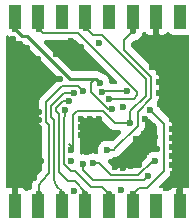
<source format=gbr>
%TF.GenerationSoftware,KiCad,Pcbnew,(6.0.0)*%
%TF.CreationDate,2023-04-21T15:57:25-05:00*%
%TF.ProjectId,SX1262,53583132-3632-42e6-9b69-6361645f7063,rev?*%
%TF.SameCoordinates,Original*%
%TF.FileFunction,Copper,L2,Bot*%
%TF.FilePolarity,Positive*%
%FSLAX46Y46*%
G04 Gerber Fmt 4.6, Leading zero omitted, Abs format (unit mm)*
G04 Created by KiCad (PCBNEW (6.0.0)) date 2023-04-21 15:57:25*
%MOMM*%
%LPD*%
G01*
G04 APERTURE LIST*
%TA.AperFunction,SMDPad,CuDef*%
%ADD10R,1.000000X2.000000*%
%TD*%
%TA.AperFunction,ViaPad*%
%ADD11C,0.600000*%
%TD*%
%TA.AperFunction,Conductor*%
%ADD12C,0.200000*%
%TD*%
%TA.AperFunction,Conductor*%
%ADD13C,0.250000*%
%TD*%
G04 APERTURE END LIST*
D10*
%TO.P,U104,1,GND*%
%TO.N,/SX1262_DIO2*%
X141520000Y-59200000D03*
%TO.P,U104,2,MISO*%
%TO.N,/SX1262_DIO1*%
X143520000Y-59200000D03*
%TO.P,U104,3,MOSI*%
%TO.N,unconnected-(U104-Pad3)*%
X145520000Y-59200000D03*
%TO.P,U104,4,SCK*%
%TO.N,/VDD_RADIO*%
X147520000Y-59200000D03*
%TO.P,U104,5,NSS*%
%TO.N,unconnected-(U104-Pad5)*%
X149520000Y-59200000D03*
%TO.P,U104,6,RESET*%
%TO.N,/SX1262_DIO3*%
X151520000Y-59200000D03*
%TO.P,U104,7,DIO5*%
%TO.N,GND*%
X153520000Y-59200000D03*
%TO.P,U104,8,GND*%
%TO.N,/PLZ*%
X155520000Y-59200000D03*
%TO.P,U104,9,ANT*%
%TO.N,GND*%
X155520000Y-75200000D03*
%TO.P,U104,10,GND*%
%TO.N,unconnected-(U104-Pad10)*%
X153520000Y-75200000D03*
%TO.P,U104,11,DIO3*%
%TO.N,/SX1262_RESET*%
X151520000Y-75200000D03*
%TO.P,U104,12,DIO4*%
%TO.N,/SX1262_NSS*%
X149520000Y-75200000D03*
%TO.P,U104,13,3.3V*%
%TO.N,/SX1262_SCK*%
X147520000Y-75200000D03*
%TO.P,U104,14,DIO0*%
%TO.N,/SX1262_MOSI*%
X145520000Y-75200000D03*
%TO.P,U104,15,DIO1*%
%TO.N,/SX1262_MISO*%
X143520000Y-75200000D03*
%TO.P,U104,16,DIO2*%
%TO.N,GND*%
X141520000Y-75200000D03*
%TD*%
D11*
%TO.N,GND*%
X141520000Y-74110000D03*
X154850000Y-69490000D03*
X154590000Y-61730000D03*
X150670000Y-71980000D03*
X155670000Y-67730000D03*
X141600000Y-68310000D03*
X152020000Y-71720000D03*
X155520000Y-75200000D03*
X147130000Y-67815000D03*
X143530000Y-65465000D03*
X143190000Y-72860000D03*
X153770000Y-64710000D03*
X155100000Y-65070000D03*
X147880000Y-69215000D03*
X151370000Y-71820000D03*
X142505000Y-71415000D03*
X141520000Y-75200000D03*
X155740000Y-73260000D03*
X153390000Y-69330000D03*
X147880000Y-68515000D03*
X141310000Y-61860000D03*
X150510000Y-73850000D03*
X154420000Y-64480000D03*
X142530000Y-70765000D03*
X147110000Y-61740000D03*
X155870000Y-63940000D03*
X153770000Y-63860000D03*
X155090000Y-64220000D03*
X154840000Y-71780000D03*
X143430000Y-63765000D03*
X154810000Y-71000000D03*
X155870000Y-64860000D03*
X141600000Y-67530000D03*
X155670000Y-68560000D03*
X153860000Y-66550000D03*
X145030000Y-62330000D03*
X155640000Y-70230000D03*
X143590000Y-67920000D03*
X142010000Y-61470000D03*
X147130000Y-68515000D03*
X141560000Y-64820000D03*
X155480000Y-74040000D03*
X142740000Y-73640000D03*
X155220000Y-66930000D03*
X151870000Y-70230000D03*
X148630000Y-68515000D03*
X153510000Y-60160000D03*
X155730000Y-72450000D03*
X143590000Y-68600000D03*
X143755000Y-71365000D03*
X154500000Y-67190000D03*
X155880000Y-66670000D03*
X143580000Y-67260000D03*
X155650000Y-70980000D03*
X154870000Y-68680000D03*
X142600000Y-61840000D03*
X141540000Y-65650000D03*
X142470000Y-72860000D03*
X155260000Y-65940000D03*
X147880000Y-67815000D03*
X141580000Y-73060000D03*
X152480000Y-69080000D03*
X143530000Y-62790000D03*
X155650000Y-69420000D03*
X153270000Y-68420000D03*
X149980000Y-71920000D03*
X146280000Y-71430000D03*
X142630000Y-70065000D03*
X142680000Y-72115000D03*
X148630000Y-67815000D03*
X146510000Y-73940000D03*
X148630000Y-69215000D03*
X150700000Y-66860000D03*
X155640000Y-71770000D03*
X147460000Y-63040000D03*
X141380000Y-61090000D03*
X145350000Y-64470000D03*
X142040000Y-62210000D03*
X141590000Y-72330000D03*
X151780000Y-69510000D03*
X152910000Y-70110000D03*
X152590000Y-67860000D03*
X141580000Y-70880000D03*
X153750000Y-61740000D03*
X154430000Y-65360000D03*
X146760000Y-63000000D03*
X154370000Y-73690000D03*
X154960000Y-72510000D03*
X155900000Y-65770000D03*
X154610000Y-66210000D03*
X147130000Y-69215000D03*
X148180000Y-63050000D03*
X141590000Y-70170000D03*
X143505000Y-64615000D03*
X154810000Y-70250000D03*
X154860000Y-67880000D03*
X153600000Y-70380000D03*
X141580000Y-71610000D03*
X154930000Y-73190000D03*
X153140000Y-63440000D03*
X152030000Y-70960000D03*
X153690000Y-60920000D03*
X146300000Y-61230000D03*
X153720000Y-65660000D03*
%TO.N,/VDD_RADIO*%
X151330000Y-68190000D03*
X147540000Y-60150000D03*
X146280000Y-70500000D03*
X147540000Y-59220000D03*
%TO.N,Net-(U101-Pad3)*%
X147330000Y-71650000D03*
X152820000Y-72690000D03*
%TO.N,Net-(U101-Pad4)*%
X153440000Y-71390000D03*
X148130000Y-71570000D03*
%TO.N,/SX1262_DIO3*%
X151525000Y-59205000D03*
X149380000Y-70465000D03*
X151530000Y-60410000D03*
%TO.N,/SX1262_DIO2*%
X141535000Y-59215000D03*
X148730000Y-64770000D03*
X149730000Y-66965000D03*
X141560000Y-60200000D03*
%TO.N,/SX1262_DIO1*%
X143550000Y-60200000D03*
X143550000Y-59230000D03*
X149530000Y-66165000D03*
%TO.N,/SX1262_RESET*%
X151020000Y-65500000D03*
X151530000Y-74200000D03*
X151520000Y-75200000D03*
X148880000Y-65570000D03*
X153010000Y-67050000D03*
%TO.N,/SX1262_MISO*%
X143520000Y-75200000D03*
X147330000Y-65500000D03*
X143550000Y-74200000D03*
%TO.N,/SX1262_MOSI*%
X145500000Y-74200000D03*
X145520000Y-75200000D03*
X146530000Y-65665000D03*
%TO.N,/SX1262_SCK*%
X147520000Y-75200000D03*
X147520000Y-74200000D03*
X146090000Y-66360000D03*
%TO.N,/SX1262_NSS*%
X149520000Y-74200000D03*
X145830000Y-67120000D03*
X149520000Y-75200000D03*
%TO.N,/ANT_SW*%
X148690000Y-61400000D03*
%TO.N,/PLZ*%
X155520000Y-59200000D03*
%TD*%
D12*
%TO.N,/SX1262_MISO*%
X143550001Y-73764214D02*
G75*
G02*
X143842894Y-73057108I999993J3D01*
G01*
%TO.N,/SX1262_MOSI*%
X145152893Y-73612893D02*
G75*
G02*
X144860000Y-72905786I707106J707106D01*
G01*
%TO.N,/VDD_RADIO*%
X146280000Y-70110000D02*
X146100000Y-69930000D01*
X146280000Y-70500000D02*
X146280000Y-70110000D01*
%TO.N,/SX1262_RESET*%
X152030000Y-73700000D02*
X151530000Y-74200000D01*
X154200000Y-68240000D02*
X154200000Y-72210000D01*
X152710000Y-73700000D02*
X152030000Y-73700000D01*
X153010000Y-67050000D02*
X154200000Y-68240000D01*
X154200000Y-72210000D02*
X152710000Y-73700000D01*
%TO.N,/SX1262_NSS*%
X147950000Y-73630000D02*
X148950000Y-73630000D01*
X146270000Y-72280000D02*
X146600000Y-72280000D01*
X145680000Y-71690000D02*
X146270000Y-72280000D01*
X145830000Y-67570000D02*
X145680000Y-67720000D01*
X145680000Y-67720000D02*
X145680000Y-71690000D01*
X146600000Y-72280000D02*
X147950000Y-73630000D01*
X148950000Y-73630000D02*
X149520000Y-74200000D01*
X145830000Y-67120000D02*
X145830000Y-67570000D01*
%TO.N,/SX1262_DIO1*%
X151595000Y-66165000D02*
X149530000Y-66165000D01*
X151910000Y-65850000D02*
X151595000Y-66165000D01*
X151910000Y-65540000D02*
X151910000Y-65850000D01*
X146930000Y-60560000D02*
X151910000Y-65540000D01*
X143910000Y-60560000D02*
X146930000Y-60560000D01*
X143550000Y-60200000D02*
X143910000Y-60560000D01*
%TO.N,GND*%
X143755000Y-71365000D02*
X142555000Y-71365000D01*
D13*
X141750000Y-68310000D02*
X141600000Y-68310000D01*
X142800000Y-67260000D02*
X141750000Y-68310000D01*
X145280000Y-64400000D02*
X144570000Y-64400000D01*
X141540000Y-65650000D02*
X141720000Y-65470000D01*
X144355000Y-64615000D02*
X143505000Y-64615000D01*
X141720000Y-65470000D02*
X143525000Y-65470000D01*
X143580000Y-67260000D02*
X142800000Y-67260000D01*
X144570000Y-64400000D02*
X144355000Y-64615000D01*
D12*
X142555000Y-71365000D02*
X142505000Y-71415000D01*
D13*
X143525000Y-65470000D02*
X143530000Y-65465000D01*
X145350000Y-64470000D02*
X145280000Y-64400000D01*
D12*
%TO.N,/VDD_RADIO*%
X151330000Y-67190000D02*
X151330000Y-68190000D01*
X146280000Y-70500000D02*
X146480000Y-70300000D01*
X148935000Y-60770000D02*
X152640000Y-64475000D01*
X146480000Y-67510000D02*
X146800000Y-67190000D01*
X152640000Y-65880000D02*
X151330000Y-67190000D01*
X150040000Y-68200000D02*
X151320000Y-68200000D01*
X149030000Y-67190000D02*
X150040000Y-68200000D01*
X146800000Y-67190000D02*
X149030000Y-67190000D01*
X152640000Y-64475000D02*
X152640000Y-65880000D01*
X146480000Y-70300000D02*
X146480000Y-67510000D01*
X148160000Y-60770000D02*
X148935000Y-60770000D01*
X147540000Y-60150000D02*
X148160000Y-60770000D01*
X151320000Y-68200000D02*
X151330000Y-68190000D01*
%TO.N,Net-(U101-Pad3)*%
X147330000Y-72190000D02*
X148140000Y-73000000D01*
X152510000Y-73000000D02*
X152820000Y-72690000D01*
X148140000Y-73000000D02*
X152510000Y-73000000D01*
X147330000Y-71650000D02*
X147330000Y-72190000D01*
%TO.N,Net-(U101-Pad4)*%
X152000000Y-72600000D02*
X153210000Y-71390000D01*
X149710000Y-72600000D02*
X152000000Y-72600000D01*
X148130000Y-71570000D02*
X148680000Y-71570000D01*
X153210000Y-71390000D02*
X153440000Y-71390000D01*
X148680000Y-71570000D02*
X149710000Y-72600000D01*
%TO.N,/SX1262_DIO3*%
X150810000Y-61130000D02*
X151530000Y-60410000D01*
X150810000Y-62000000D02*
X150810000Y-61130000D01*
X149965000Y-70465000D02*
X149965000Y-70425000D01*
X153100000Y-64290000D02*
X150810000Y-62000000D01*
X149965000Y-70425000D02*
X151930000Y-68460000D01*
X149380000Y-70465000D02*
X149965000Y-70465000D01*
X151930000Y-68460000D02*
X151930000Y-67270000D01*
X153100000Y-66100000D02*
X153100000Y-64290000D01*
X151930000Y-67270000D02*
X153100000Y-66100000D01*
%TO.N,/SX1262_DIO2*%
X148000000Y-65540000D02*
X149425000Y-66965000D01*
X148370000Y-64420000D02*
X148000000Y-64790000D01*
X148000000Y-64790000D02*
X148000000Y-65540000D01*
D13*
X148730000Y-64770000D02*
X148380000Y-64420000D01*
X146190000Y-64420000D02*
X148380000Y-64420000D01*
X141560000Y-60200000D02*
X142180000Y-60820000D01*
X142180000Y-60820000D02*
X142590000Y-60820000D01*
X142590000Y-60820000D02*
X146190000Y-64420000D01*
D12*
X149425000Y-66965000D02*
X149730000Y-66965000D01*
X148380000Y-64420000D02*
X148370000Y-64420000D01*
%TO.N,/SX1262_RESET*%
X151010000Y-65490000D02*
X148960000Y-65490000D01*
X148960000Y-65490000D02*
X148880000Y-65570000D01*
X151020000Y-65500000D02*
X151010000Y-65490000D01*
%TO.N,/SX1262_MISO*%
X143550000Y-74010000D02*
X143550000Y-74200000D01*
X144450000Y-68340000D02*
X144450000Y-72450000D01*
X144210000Y-68100000D02*
X144450000Y-68340000D01*
X144450000Y-72450000D02*
X143842893Y-73057107D01*
X147330000Y-65500000D02*
X146890000Y-65060000D01*
X144210000Y-66410000D02*
X144210000Y-68100000D01*
X146890000Y-65060000D02*
X145560000Y-65060000D01*
X145560000Y-65060000D02*
X144210000Y-66410000D01*
X143550000Y-73764214D02*
X143550000Y-74010000D01*
%TO.N,/SX1262_MOSI*%
X145510000Y-73970000D02*
X145510000Y-74190000D01*
X144860000Y-67920000D02*
X144860000Y-72905786D01*
X145152893Y-73612893D02*
X145510000Y-73970000D01*
X144610000Y-66730000D02*
X144610000Y-67670000D01*
X145510000Y-74190000D02*
X145500000Y-74200000D01*
X145675000Y-65665000D02*
X144610000Y-66730000D01*
X146530000Y-65665000D02*
X145675000Y-65665000D01*
X144610000Y-67670000D02*
X144860000Y-67920000D01*
%TO.N,/SX1262_SCK*%
X145270000Y-67440000D02*
X145270000Y-72360000D01*
X145270000Y-72360000D02*
X146040000Y-73130000D01*
X145610000Y-66360000D02*
X145020000Y-66950000D01*
X145020000Y-66950000D02*
X145020000Y-67190000D01*
X146040000Y-73130000D02*
X146650000Y-73130000D01*
X147520000Y-74000000D02*
X147520000Y-74200000D01*
X146090000Y-66360000D02*
X145610000Y-66360000D01*
X145020000Y-67190000D02*
X145270000Y-67440000D01*
X146650000Y-73130000D02*
X147520000Y-74000000D01*
%TD*%
%TA.AperFunction,Conductor*%
%TO.N,GND*%
G36*
X140927610Y-60742168D02*
G01*
X140957648Y-60751928D01*
X140984315Y-60768851D01*
X140990252Y-60774085D01*
X141025322Y-60807017D01*
X141035363Y-60816446D01*
X141098022Y-60864700D01*
X141100631Y-60866330D01*
X141100632Y-60866331D01*
X141162484Y-60904981D01*
X141162490Y-60904985D01*
X141165090Y-60906609D01*
X141215369Y-60931568D01*
X141230855Y-60939255D01*
X141235927Y-60941773D01*
X141238804Y-60942866D01*
X141238809Y-60942868D01*
X141290660Y-60962563D01*
X141309858Y-60969856D01*
X141312836Y-60970665D01*
X141383209Y-60989786D01*
X141383217Y-60989788D01*
X141386177Y-60990592D01*
X141428991Y-60997833D01*
X141459219Y-61006960D01*
X141486235Y-61023321D01*
X141497066Y-61032971D01*
X141714143Y-61250047D01*
X141719852Y-61256148D01*
X141726669Y-61263935D01*
X141729270Y-61266310D01*
X141740241Y-61276328D01*
X141742140Y-61278143D01*
X141742155Y-61278127D01*
X141743406Y-61279310D01*
X141744671Y-61280575D01*
X141751687Y-61286848D01*
X141754793Y-61289626D01*
X141755767Y-61290506D01*
X141778979Y-61311701D01*
X141781668Y-61313655D01*
X141784149Y-61315873D01*
X141787020Y-61317913D01*
X141809750Y-61334066D01*
X141810711Y-61334756D01*
X141836287Y-61353338D01*
X141839187Y-61354985D01*
X141841891Y-61356907D01*
X141844970Y-61358614D01*
X141844980Y-61358620D01*
X141869358Y-61372133D01*
X141870510Y-61372779D01*
X141894818Y-61386588D01*
X141894825Y-61386591D01*
X141897880Y-61388327D01*
X141900935Y-61389636D01*
X141903846Y-61391250D01*
X141931843Y-61402904D01*
X141932878Y-61403335D01*
X141934068Y-61403837D01*
X141962989Y-61416233D01*
X141966170Y-61417193D01*
X141969244Y-61418473D01*
X141972621Y-61419454D01*
X141999495Y-61427262D01*
X142000757Y-61427636D01*
X142027449Y-61435695D01*
X142027459Y-61435697D01*
X142030803Y-61436707D01*
X142034070Y-61437307D01*
X142037269Y-61438236D01*
X142040740Y-61438836D01*
X142040742Y-61438836D01*
X142068196Y-61443578D01*
X142069493Y-61443809D01*
X142097013Y-61448860D01*
X142097024Y-61448861D01*
X142100476Y-61449495D01*
X142103796Y-61449727D01*
X142107072Y-61450293D01*
X142138461Y-61452157D01*
X142139647Y-61452233D01*
X142157755Y-61453500D01*
X142159949Y-61453500D01*
X142161092Y-61453540D01*
X142164166Y-61453685D01*
X142168200Y-61453925D01*
X142177785Y-61454494D01*
X142181296Y-61454310D01*
X142181301Y-61454310D01*
X142193449Y-61453673D01*
X142200044Y-61453500D01*
X142275405Y-61453500D01*
X142306740Y-61457459D01*
X142336106Y-61469085D01*
X142361658Y-61487650D01*
X142364500Y-61490405D01*
X145236427Y-64362332D01*
X145255785Y-64387288D01*
X145268329Y-64416274D01*
X145273270Y-64447469D01*
X145270298Y-64478913D01*
X145259599Y-64508630D01*
X145241846Y-64534752D01*
X145219159Y-64554684D01*
X145219176Y-64554707D01*
X145219175Y-64554707D01*
X145199314Y-64569810D01*
X145196705Y-64571740D01*
X145179336Y-64584243D01*
X145179323Y-64584254D01*
X145176433Y-64586334D01*
X145173792Y-64588733D01*
X145171009Y-64590987D01*
X145168886Y-64592752D01*
X145168893Y-64592760D01*
X145166571Y-64594709D01*
X145164165Y-64596538D01*
X145147613Y-64611838D01*
X145142398Y-64617053D01*
X145138041Y-64621207D01*
X145125278Y-64632800D01*
X145122926Y-64635482D01*
X145122925Y-64635483D01*
X145118199Y-64640872D01*
X145112562Y-64646889D01*
X143787986Y-65971465D01*
X143785224Y-65974145D01*
X143767889Y-65990452D01*
X143751733Y-66009536D01*
X143749617Y-66011968D01*
X143733005Y-66030581D01*
X143730943Y-66033499D01*
X143728717Y-66036297D01*
X143728716Y-66036296D01*
X143727700Y-66037610D01*
X143725551Y-66040462D01*
X143723236Y-66043197D01*
X143709353Y-66063975D01*
X143707503Y-66066666D01*
X143695188Y-66084090D01*
X143695183Y-66084098D01*
X143693120Y-66087017D01*
X143691397Y-66090157D01*
X143689509Y-66093179D01*
X143689507Y-66093178D01*
X143688642Y-66094604D01*
X143688643Y-66094604D01*
X143686828Y-66097685D01*
X143684842Y-66100658D01*
X143683205Y-66103837D01*
X143683203Y-66103840D01*
X143673419Y-66122839D01*
X143671886Y-66125722D01*
X143659880Y-66147606D01*
X143658529Y-66150908D01*
X143656989Y-66154136D01*
X143656289Y-66155654D01*
X143654832Y-66158926D01*
X143653200Y-66162096D01*
X143645106Y-66183462D01*
X143644368Y-66185409D01*
X143643159Y-66188477D01*
X143641881Y-66191601D01*
X143633712Y-66211568D01*
X143632740Y-66215014D01*
X143631578Y-66218389D01*
X143631577Y-66218389D01*
X143631055Y-66219971D01*
X143631056Y-66219971D01*
X143629981Y-66223380D01*
X143628715Y-66226722D01*
X143627835Y-66230186D01*
X143627835Y-66230187D01*
X143622580Y-66250880D01*
X143621724Y-66254073D01*
X143615926Y-66274630D01*
X143614953Y-66278081D01*
X143614378Y-66281613D01*
X143613605Y-66285099D01*
X143613604Y-66285099D01*
X143613264Y-66286731D01*
X143613266Y-66286731D01*
X143612585Y-66290234D01*
X143611704Y-66293703D01*
X143611221Y-66297250D01*
X143611221Y-66297251D01*
X143608340Y-66318419D01*
X143607857Y-66321649D01*
X143603845Y-66346290D01*
X143603674Y-66349859D01*
X143603300Y-66353416D01*
X143603299Y-66353416D01*
X143603046Y-66356165D01*
X143603057Y-66356166D01*
X143602793Y-66359181D01*
X143602385Y-66362180D01*
X143601500Y-66384703D01*
X143601500Y-66392078D01*
X143601355Y-66398124D01*
X143600529Y-66415319D01*
X143600763Y-66418885D01*
X143601230Y-66426014D01*
X143601500Y-66434255D01*
X143601500Y-68088350D01*
X143601441Y-68092199D01*
X143601007Y-68106414D01*
X143600715Y-68115954D01*
X143602784Y-68140858D01*
X143603005Y-68144008D01*
X143604424Y-68168997D01*
X143605031Y-68172533D01*
X143605434Y-68176069D01*
X143605433Y-68176069D01*
X143605649Y-68177771D01*
X143606142Y-68181278D01*
X143606437Y-68184825D01*
X143607132Y-68188321D01*
X143607133Y-68188325D01*
X143611310Y-68209325D01*
X143611911Y-68212567D01*
X143616127Y-68237106D01*
X143617128Y-68240539D01*
X143617933Y-68244028D01*
X143617932Y-68244028D01*
X143618325Y-68245636D01*
X143618326Y-68245636D01*
X143619223Y-68249104D01*
X143619919Y-68252605D01*
X143621007Y-68256002D01*
X143621009Y-68256012D01*
X143627526Y-68276371D01*
X143628489Y-68279521D01*
X143634464Y-68300017D01*
X143635466Y-68303453D01*
X143636848Y-68306750D01*
X143638037Y-68310107D01*
X143638643Y-68311749D01*
X143639900Y-68315023D01*
X143640988Y-68318422D01*
X143642451Y-68321671D01*
X143642453Y-68321675D01*
X143651240Y-68341183D01*
X143652546Y-68344186D01*
X143662190Y-68367185D01*
X143663941Y-68370311D01*
X143665499Y-68373506D01*
X143666255Y-68375007D01*
X143667907Y-68378180D01*
X143669372Y-68381433D01*
X143671196Y-68384499D01*
X143671197Y-68384501D01*
X143682126Y-68402872D01*
X143683773Y-68405725D01*
X143695958Y-68427481D01*
X143698046Y-68430382D01*
X143699967Y-68433397D01*
X143699966Y-68433398D01*
X143700877Y-68434787D01*
X143700878Y-68434787D01*
X143702876Y-68437749D01*
X143704706Y-68440825D01*
X143719828Y-68460711D01*
X143721758Y-68463320D01*
X143734245Y-68480667D01*
X143734257Y-68480682D01*
X143736334Y-68483567D01*
X143738728Y-68486202D01*
X143740986Y-68488991D01*
X143742752Y-68491115D01*
X143742760Y-68491108D01*
X143744702Y-68493422D01*
X143746537Y-68495835D01*
X143748597Y-68498063D01*
X143760999Y-68511480D01*
X143761013Y-68511495D01*
X143761838Y-68512387D01*
X143767053Y-68517602D01*
X143771207Y-68521959D01*
X143782800Y-68534722D01*
X143785482Y-68537074D01*
X143785483Y-68537075D01*
X143790872Y-68541801D01*
X143796889Y-68547438D01*
X143804595Y-68555144D01*
X143823953Y-68580100D01*
X143836497Y-68609086D01*
X143841438Y-68640281D01*
X143841500Y-68644239D01*
X143841500Y-72145761D01*
X143837541Y-72177096D01*
X143825915Y-72206462D01*
X143807350Y-72232014D01*
X143804595Y-72234856D01*
X143434466Y-72604985D01*
X143426699Y-72612128D01*
X143424142Y-72614289D01*
X143422575Y-72615813D01*
X143422567Y-72615820D01*
X143417141Y-72621097D01*
X143411941Y-72626153D01*
X143410478Y-72627789D01*
X143410466Y-72627802D01*
X143410042Y-72628276D01*
X143408088Y-72630411D01*
X143341422Y-72701589D01*
X143340019Y-72703087D01*
X143273208Y-72784496D01*
X143211865Y-72870100D01*
X143156252Y-72959533D01*
X143106607Y-73052412D01*
X143063144Y-73148338D01*
X143026047Y-73246902D01*
X142995476Y-73347681D01*
X142971562Y-73450244D01*
X142971228Y-73452270D01*
X142959074Y-73525885D01*
X142954407Y-73554151D01*
X142954206Y-73556190D01*
X142954205Y-73556199D01*
X142949038Y-73608662D01*
X142942027Y-73639458D01*
X142927578Y-73667543D01*
X142906598Y-73691153D01*
X142880406Y-73708803D01*
X142858802Y-73717308D01*
X142847411Y-73720617D01*
X142843785Y-73722186D01*
X142843777Y-73722189D01*
X142809182Y-73737160D01*
X142788690Y-73746028D01*
X142733616Y-73778598D01*
X142683058Y-73817815D01*
X142637815Y-73863058D01*
X142619560Y-73886593D01*
X142619244Y-73887000D01*
X142596911Y-73909333D01*
X142569725Y-73925411D01*
X142539395Y-73934223D01*
X142507827Y-73935215D01*
X142477003Y-73928325D01*
X142448862Y-73913986D01*
X142425170Y-73893100D01*
X142420125Y-73887001D01*
X142404241Y-73866523D01*
X142399004Y-73860584D01*
X142359416Y-73820996D01*
X142353479Y-73815762D01*
X142309228Y-73781437D01*
X142302698Y-73776999D01*
X142254496Y-73748493D01*
X142247441Y-73744898D01*
X142196053Y-73722660D01*
X142188622Y-73719985D01*
X142134839Y-73704359D01*
X142127124Y-73702634D01*
X142071319Y-73693796D01*
X142064443Y-73693092D01*
X142042778Y-73692070D01*
X142039803Y-73692000D01*
X141781927Y-73692000D01*
X141774841Y-73692895D01*
X141774000Y-73697301D01*
X141774000Y-75328000D01*
X141770041Y-75359335D01*
X141758415Y-75388701D01*
X141739850Y-75414253D01*
X141715514Y-75434385D01*
X141686936Y-75447833D01*
X141655912Y-75453751D01*
X141648000Y-75454000D01*
X141392000Y-75454000D01*
X141360665Y-75450041D01*
X141331299Y-75438415D01*
X141305747Y-75419850D01*
X141285615Y-75395514D01*
X141272167Y-75366936D01*
X141266249Y-75335912D01*
X141266000Y-75328000D01*
X141266000Y-73699927D01*
X141265105Y-73692841D01*
X141260699Y-73692000D01*
X141000197Y-73692000D01*
X140997222Y-73692070D01*
X140975557Y-73693092D01*
X140968684Y-73693796D01*
X140923711Y-73700919D01*
X140892143Y-73701911D01*
X140861319Y-73695021D01*
X140833178Y-73680682D01*
X140809486Y-73659795D01*
X140791733Y-73633673D01*
X140781035Y-73603956D01*
X140778000Y-73576470D01*
X140778000Y-60865936D01*
X140781959Y-60834601D01*
X140793585Y-60805235D01*
X140812150Y-60779683D01*
X140836486Y-60759551D01*
X140865064Y-60746103D01*
X140896088Y-60740185D01*
X140927610Y-60742168D01*
G37*
%TD.AperFunction*%
%TA.AperFunction,Conductor*%
G36*
X153679335Y-58949959D02*
G01*
X153708701Y-58961585D01*
X153734253Y-58980150D01*
X153754385Y-59004486D01*
X153767833Y-59033064D01*
X153773751Y-59064088D01*
X153774000Y-59072000D01*
X153774000Y-60700073D01*
X153774895Y-60707159D01*
X153779301Y-60708000D01*
X154039803Y-60708000D01*
X154042778Y-60707930D01*
X154064443Y-60706908D01*
X154071319Y-60706204D01*
X154127124Y-60697366D01*
X154134839Y-60695641D01*
X154188622Y-60680015D01*
X154196053Y-60677340D01*
X154247441Y-60655102D01*
X154254496Y-60651507D01*
X154302698Y-60623001D01*
X154309228Y-60618563D01*
X154353479Y-60584238D01*
X154359416Y-60579004D01*
X154399004Y-60539416D01*
X154404241Y-60533477D01*
X154420125Y-60512999D01*
X154442458Y-60490666D01*
X154469644Y-60474589D01*
X154499974Y-60465777D01*
X154531542Y-60464785D01*
X154562366Y-60471675D01*
X154590507Y-60486014D01*
X154614198Y-60506901D01*
X154619237Y-60512992D01*
X154637815Y-60536942D01*
X154683058Y-60582185D01*
X154733616Y-60621402D01*
X154788690Y-60653972D01*
X154796963Y-60657552D01*
X154843777Y-60677811D01*
X154843785Y-60677814D01*
X154847411Y-60679383D01*
X154851207Y-60680486D01*
X154851213Y-60680488D01*
X154884473Y-60690150D01*
X154908855Y-60697234D01*
X154955100Y-60704559D01*
X154968641Y-60706704D01*
X154968643Y-60706704D01*
X154972051Y-60707244D01*
X154975503Y-60707407D01*
X154975505Y-60707407D01*
X154997198Y-60708430D01*
X154997207Y-60708430D01*
X154998687Y-60708500D01*
X155519125Y-60708500D01*
X156041312Y-60708499D01*
X156067949Y-60707244D01*
X156071379Y-60706701D01*
X156071386Y-60706700D01*
X156116287Y-60699588D01*
X156147855Y-60698595D01*
X156178679Y-60705484D01*
X156206821Y-60719823D01*
X156230513Y-60740709D01*
X156248266Y-60766831D01*
X156258965Y-60796548D01*
X156262000Y-60824036D01*
X156262000Y-73576470D01*
X156258041Y-73607805D01*
X156246415Y-73637171D01*
X156227850Y-73662723D01*
X156203514Y-73682855D01*
X156174936Y-73696303D01*
X156143912Y-73702221D01*
X156116289Y-73700919D01*
X156071316Y-73693796D01*
X156064443Y-73693092D01*
X156042778Y-73692070D01*
X156039803Y-73692000D01*
X155781927Y-73692000D01*
X155774841Y-73692895D01*
X155774000Y-73697301D01*
X155774000Y-75328000D01*
X155770041Y-75359335D01*
X155758415Y-75388701D01*
X155739850Y-75414253D01*
X155715514Y-75434385D01*
X155686936Y-75447833D01*
X155655912Y-75453751D01*
X155648000Y-75454000D01*
X155392000Y-75454000D01*
X155360665Y-75450041D01*
X155331299Y-75438415D01*
X155305747Y-75419850D01*
X155285615Y-75395514D01*
X155272167Y-75366936D01*
X155266249Y-75335912D01*
X155266000Y-75328000D01*
X155266000Y-73699927D01*
X155265105Y-73692841D01*
X155260699Y-73692000D01*
X155000197Y-73692000D01*
X154997222Y-73692070D01*
X154975557Y-73693092D01*
X154968681Y-73693796D01*
X154912876Y-73702634D01*
X154905161Y-73704359D01*
X154851378Y-73719985D01*
X154843947Y-73722660D01*
X154792559Y-73744898D01*
X154785504Y-73748493D01*
X154737302Y-73776999D01*
X154730772Y-73781437D01*
X154686521Y-73815762D01*
X154680584Y-73820996D01*
X154640996Y-73860584D01*
X154635759Y-73866523D01*
X154619875Y-73887001D01*
X154597542Y-73909334D01*
X154570356Y-73925411D01*
X154540026Y-73934223D01*
X154508458Y-73935215D01*
X154477634Y-73928325D01*
X154449493Y-73913986D01*
X154425802Y-73893099D01*
X154420756Y-73887000D01*
X154420441Y-73886593D01*
X154402185Y-73863058D01*
X154356942Y-73817815D01*
X154306384Y-73778598D01*
X154251310Y-73746028D01*
X154230818Y-73737160D01*
X154196223Y-73722189D01*
X154196215Y-73722186D01*
X154192589Y-73720617D01*
X154188793Y-73719514D01*
X154188787Y-73719512D01*
X154152279Y-73708906D01*
X154131145Y-73702766D01*
X154074515Y-73693796D01*
X154071359Y-73693296D01*
X154071357Y-73693296D01*
X154067949Y-73692756D01*
X154064497Y-73692593D01*
X154064495Y-73692593D01*
X154042802Y-73691570D01*
X154042793Y-73691570D01*
X154041313Y-73691500D01*
X153883239Y-73691500D01*
X153851904Y-73687541D01*
X153822538Y-73675915D01*
X153796986Y-73657350D01*
X153776854Y-73633014D01*
X153763406Y-73604436D01*
X153757488Y-73573412D01*
X153759471Y-73541890D01*
X153769231Y-73511852D01*
X153786154Y-73485185D01*
X153794144Y-73476405D01*
X154622014Y-72648535D01*
X154624776Y-72645855D01*
X154642111Y-72629548D01*
X154658267Y-72610464D01*
X154660387Y-72608027D01*
X154674614Y-72592087D01*
X154674616Y-72592085D01*
X154676995Y-72589419D01*
X154679057Y-72586501D01*
X154681283Y-72583703D01*
X154681284Y-72583704D01*
X154682300Y-72582390D01*
X154684449Y-72579538D01*
X154686764Y-72576803D01*
X154700647Y-72556025D01*
X154702497Y-72553334D01*
X154714812Y-72535910D01*
X154714817Y-72535902D01*
X154716880Y-72532983D01*
X154718603Y-72529843D01*
X154720491Y-72526821D01*
X154720493Y-72526822D01*
X154721358Y-72525396D01*
X154721357Y-72525396D01*
X154723172Y-72522315D01*
X154725158Y-72519342D01*
X154736596Y-72497132D01*
X154738114Y-72494278D01*
X154750120Y-72472394D01*
X154751471Y-72469092D01*
X154753011Y-72465864D01*
X154753722Y-72464320D01*
X154755165Y-72461079D01*
X154756800Y-72457904D01*
X154765639Y-72434572D01*
X154766841Y-72431523D01*
X154774933Y-72411743D01*
X154776288Y-72408432D01*
X154777260Y-72404986D01*
X154778422Y-72401612D01*
X154778423Y-72401612D01*
X154778944Y-72400031D01*
X154780021Y-72396615D01*
X154781285Y-72393278D01*
X154787422Y-72369112D01*
X154788274Y-72365933D01*
X154794079Y-72345350D01*
X154794081Y-72345340D01*
X154795046Y-72341919D01*
X154795618Y-72338405D01*
X154796394Y-72334906D01*
X154796395Y-72334906D01*
X154796734Y-72333275D01*
X154796733Y-72333275D01*
X154797414Y-72329770D01*
X154798296Y-72326297D01*
X154801668Y-72301519D01*
X154802144Y-72298332D01*
X154805580Y-72277239D01*
X154806155Y-72273710D01*
X154806327Y-72270135D01*
X154806700Y-72266582D01*
X154806702Y-72266582D01*
X154806954Y-72263835D01*
X154806943Y-72263834D01*
X154807207Y-72260819D01*
X154807615Y-72257820D01*
X154808500Y-72235297D01*
X154808500Y-72227922D01*
X154808645Y-72221876D01*
X154809300Y-72208248D01*
X154809300Y-72208242D01*
X154809471Y-72204681D01*
X154808770Y-72193986D01*
X154808500Y-72185745D01*
X154808500Y-68251650D01*
X154808559Y-68247801D01*
X154809176Y-68227625D01*
X154809176Y-68227618D01*
X154809285Y-68224045D01*
X154807216Y-68199141D01*
X154806989Y-68195892D01*
X154805576Y-68171003D01*
X154804969Y-68167467D01*
X154804566Y-68163931D01*
X154804567Y-68163931D01*
X154804351Y-68162229D01*
X154803858Y-68158722D01*
X154803563Y-68155175D01*
X154800706Y-68140812D01*
X154798690Y-68130675D01*
X154798089Y-68127432D01*
X154793873Y-68102894D01*
X154792872Y-68099461D01*
X154792067Y-68095972D01*
X154792068Y-68095972D01*
X154791676Y-68094368D01*
X154791675Y-68094368D01*
X154790779Y-68090904D01*
X154790081Y-68087395D01*
X154782466Y-68063607D01*
X154781523Y-68060524D01*
X154774534Y-68036547D01*
X154773152Y-68033250D01*
X154771960Y-68029884D01*
X154771961Y-68029884D01*
X154771383Y-68028317D01*
X154771382Y-68028317D01*
X154770105Y-68024990D01*
X154769012Y-68021577D01*
X154758761Y-67998819D01*
X154757464Y-67995836D01*
X154749194Y-67976113D01*
X154749187Y-67976098D01*
X154747810Y-67972815D01*
X154746068Y-67969705D01*
X154744495Y-67966480D01*
X154744496Y-67966479D01*
X154743751Y-67965001D01*
X154743750Y-67965001D01*
X154742091Y-67961814D01*
X154740628Y-67958566D01*
X154738806Y-67955504D01*
X154738800Y-67955492D01*
X154727874Y-67937128D01*
X154726224Y-67934271D01*
X154715788Y-67915637D01*
X154714042Y-67912519D01*
X154711955Y-67909621D01*
X154710029Y-67906597D01*
X154709124Y-67905215D01*
X154709123Y-67905216D01*
X154707122Y-67902249D01*
X154705293Y-67899175D01*
X154690190Y-67879314D01*
X154688260Y-67876705D01*
X154675757Y-67859336D01*
X154675746Y-67859323D01*
X154673666Y-67856433D01*
X154671267Y-67853792D01*
X154669013Y-67851009D01*
X154667248Y-67848886D01*
X154667240Y-67848893D01*
X154665291Y-67846571D01*
X154663462Y-67844165D01*
X154648162Y-67827613D01*
X154642947Y-67822398D01*
X154638793Y-67818041D01*
X154627200Y-67805278D01*
X154619128Y-67798199D01*
X154613111Y-67792562D01*
X153849245Y-67028696D01*
X153829887Y-67003740D01*
X153817343Y-66974754D01*
X153813692Y-66958007D01*
X153804510Y-66895824D01*
X153804509Y-66895818D01*
X153804059Y-66892772D01*
X153803316Y-66889792D01*
X153803314Y-66889782D01*
X153785673Y-66819032D01*
X153784926Y-66816036D01*
X153782984Y-66810581D01*
X153759429Y-66744430D01*
X153759426Y-66744422D01*
X153758397Y-66741533D01*
X153724724Y-66669975D01*
X153684229Y-66602043D01*
X153637427Y-66538563D01*
X153622018Y-66510993D01*
X153613950Y-66480457D01*
X153613729Y-66448874D01*
X153621370Y-66418228D01*
X153626818Y-66406119D01*
X153636614Y-66387097D01*
X153638114Y-66384278D01*
X153650120Y-66362394D01*
X153651474Y-66359084D01*
X153653015Y-66355854D01*
X153653016Y-66355854D01*
X153653708Y-66354352D01*
X153653707Y-66354351D01*
X153655158Y-66351092D01*
X153656800Y-66347904D01*
X153665646Y-66324556D01*
X153666822Y-66321573D01*
X153676289Y-66298432D01*
X153677261Y-66294986D01*
X153678424Y-66291607D01*
X153678425Y-66291607D01*
X153678944Y-66290031D01*
X153678943Y-66290031D01*
X153680018Y-66286622D01*
X153681285Y-66283278D01*
X153687423Y-66259108D01*
X153688258Y-66255990D01*
X153695047Y-66231918D01*
X153695622Y-66228387D01*
X153696395Y-66224901D01*
X153696734Y-66223271D01*
X153697415Y-66219765D01*
X153698296Y-66216297D01*
X153701657Y-66191601D01*
X153702144Y-66188341D01*
X153705582Y-66167228D01*
X153706155Y-66163710D01*
X153706326Y-66160152D01*
X153706701Y-66156587D01*
X153706954Y-66153829D01*
X153706944Y-66153828D01*
X153707208Y-66150812D01*
X153707615Y-66147820D01*
X153708500Y-66125297D01*
X153708500Y-66117922D01*
X153708645Y-66111876D01*
X153709300Y-66098248D01*
X153709300Y-66098242D01*
X153709471Y-66094681D01*
X153708770Y-66083986D01*
X153708500Y-66075745D01*
X153708500Y-64301650D01*
X153708559Y-64297801D01*
X153709176Y-64277626D01*
X153709176Y-64277619D01*
X153709285Y-64274046D01*
X153707216Y-64249142D01*
X153706995Y-64245992D01*
X153705576Y-64221003D01*
X153704969Y-64217467D01*
X153704566Y-64213931D01*
X153704567Y-64213931D01*
X153704351Y-64212229D01*
X153703858Y-64208722D01*
X153703563Y-64205175D01*
X153702045Y-64197543D01*
X153698690Y-64180675D01*
X153698089Y-64177432D01*
X153693873Y-64152894D01*
X153692872Y-64149461D01*
X153692067Y-64145972D01*
X153692068Y-64145972D01*
X153691675Y-64144364D01*
X153691674Y-64144364D01*
X153690777Y-64140896D01*
X153690081Y-64137395D01*
X153688993Y-64133998D01*
X153688991Y-64133988D01*
X153682474Y-64113629D01*
X153681511Y-64110479D01*
X153675536Y-64089983D01*
X153675534Y-64089976D01*
X153674534Y-64086547D01*
X153673152Y-64083250D01*
X153671963Y-64079893D01*
X153671357Y-64078251D01*
X153670100Y-64074977D01*
X153669012Y-64071578D01*
X153662872Y-64057946D01*
X153658760Y-64048817D01*
X153657446Y-64045795D01*
X153649193Y-64026114D01*
X153647810Y-64022815D01*
X153646061Y-64019692D01*
X153644494Y-64016479D01*
X153643745Y-64014993D01*
X153642093Y-64011820D01*
X153640628Y-64008567D01*
X153627874Y-63987128D01*
X153626227Y-63984275D01*
X153615793Y-63965645D01*
X153615791Y-63965642D01*
X153614042Y-63962519D01*
X153611954Y-63959618D01*
X153610033Y-63956603D01*
X153610034Y-63956602D01*
X153609121Y-63955211D01*
X153607121Y-63952246D01*
X153605294Y-63949175D01*
X153590158Y-63929271D01*
X153588225Y-63926658D01*
X153586403Y-63924127D01*
X153573666Y-63906433D01*
X153571258Y-63903782D01*
X153569014Y-63901010D01*
X153567241Y-63898879D01*
X153567234Y-63898885D01*
X153565288Y-63896566D01*
X153563462Y-63894165D01*
X153558448Y-63888740D01*
X153549020Y-63878541D01*
X153549015Y-63878536D01*
X153548162Y-63877613D01*
X153542947Y-63872398D01*
X153538793Y-63868041D01*
X153527200Y-63855278D01*
X153519128Y-63848199D01*
X153513111Y-63842562D01*
X151455405Y-61784856D01*
X151436047Y-61759900D01*
X151423503Y-61730914D01*
X151418562Y-61699719D01*
X151418500Y-61695761D01*
X151418500Y-61434239D01*
X151422459Y-61402904D01*
X151434085Y-61373538D01*
X151452650Y-61347986D01*
X151455405Y-61345144D01*
X151551706Y-61248843D01*
X151576662Y-61229485D01*
X151605648Y-61216941D01*
X151625009Y-61212932D01*
X151638916Y-61211175D01*
X151670564Y-61207177D01*
X151673568Y-61206495D01*
X151673571Y-61206494D01*
X151744688Y-61190337D01*
X151744694Y-61190335D01*
X151747684Y-61189656D01*
X151764431Y-61184085D01*
X151819802Y-61165666D01*
X151819808Y-61165664D01*
X151822726Y-61164693D01*
X151825536Y-61163442D01*
X151892174Y-61133773D01*
X151892180Y-61133770D01*
X151894974Y-61132526D01*
X151963738Y-61093462D01*
X152028363Y-61047875D01*
X152088230Y-60996199D01*
X152110779Y-60972521D01*
X152140653Y-60941150D01*
X152142769Y-60938928D01*
X152148520Y-60931568D01*
X152189565Y-60879031D01*
X152191458Y-60876608D01*
X152233834Y-60809834D01*
X152240546Y-60796548D01*
X152268104Y-60741991D01*
X152268105Y-60741989D01*
X152269492Y-60739243D01*
X152277025Y-60719823D01*
X152296975Y-60668387D01*
X152298091Y-60665510D01*
X152300313Y-60657552D01*
X152312553Y-60628436D01*
X152331650Y-60603279D01*
X152344443Y-60591881D01*
X152353806Y-60584618D01*
X152353811Y-60584614D01*
X152356942Y-60582185D01*
X152402185Y-60536942D01*
X152420758Y-60512998D01*
X152443089Y-60490667D01*
X152470275Y-60474589D01*
X152500605Y-60465777D01*
X152532173Y-60464785D01*
X152562997Y-60471675D01*
X152591138Y-60486014D01*
X152614830Y-60506900D01*
X152619875Y-60512999D01*
X152635759Y-60533477D01*
X152640996Y-60539416D01*
X152680584Y-60579004D01*
X152686521Y-60584238D01*
X152730772Y-60618563D01*
X152737302Y-60623001D01*
X152785504Y-60651507D01*
X152792559Y-60655102D01*
X152843947Y-60677340D01*
X152851378Y-60680015D01*
X152905161Y-60695641D01*
X152912876Y-60697366D01*
X152968681Y-60706204D01*
X152975557Y-60706908D01*
X152997222Y-60707930D01*
X153000197Y-60708000D01*
X153258073Y-60708000D01*
X153265159Y-60707105D01*
X153266000Y-60702699D01*
X153266000Y-59072000D01*
X153269959Y-59040665D01*
X153281585Y-59011299D01*
X153300150Y-58985747D01*
X153324486Y-58965615D01*
X153353064Y-58952167D01*
X153384088Y-58946249D01*
X153392000Y-58946000D01*
X153648000Y-58946000D01*
X153679335Y-58949959D01*
G37*
%TD.AperFunction*%
%TA.AperFunction,Conductor*%
G36*
X150619518Y-73612459D02*
G01*
X150648884Y-73624085D01*
X150674436Y-73642650D01*
X150694568Y-73666986D01*
X150708016Y-73695564D01*
X150713934Y-73726588D01*
X150711951Y-73758110D01*
X150702191Y-73788148D01*
X150685268Y-73814815D01*
X150677278Y-73823595D01*
X150637815Y-73863058D01*
X150635390Y-73866185D01*
X150635385Y-73866190D01*
X150619559Y-73886593D01*
X150597225Y-73908926D01*
X150570039Y-73925004D01*
X150539709Y-73933815D01*
X150508141Y-73934807D01*
X150477318Y-73927917D01*
X150449176Y-73913577D01*
X150425485Y-73892690D01*
X150420441Y-73886593D01*
X150404615Y-73866190D01*
X150404610Y-73866185D01*
X150402185Y-73863058D01*
X150362722Y-73823595D01*
X150343364Y-73798639D01*
X150330820Y-73769653D01*
X150325879Y-73738458D01*
X150328851Y-73707014D01*
X150339550Y-73677297D01*
X150357303Y-73651175D01*
X150380994Y-73630288D01*
X150409136Y-73615949D01*
X150439959Y-73609059D01*
X150451817Y-73608500D01*
X150588183Y-73608500D01*
X150619518Y-73612459D01*
G37*
%TD.AperFunction*%
%TA.AperFunction,Conductor*%
G36*
X152688110Y-67794649D02*
G01*
X152709236Y-67800627D01*
X152728428Y-67807917D01*
X152756972Y-67818760D01*
X152756977Y-67818762D01*
X152759858Y-67819856D01*
X152762836Y-67820665D01*
X152833209Y-67839786D01*
X152833217Y-67839788D01*
X152836177Y-67840592D01*
X152914155Y-67853781D01*
X152915637Y-67853885D01*
X152945679Y-67861376D01*
X152973461Y-67876400D01*
X152989203Y-67889752D01*
X153554595Y-68455144D01*
X153573953Y-68480100D01*
X153586497Y-68509086D01*
X153591438Y-68540281D01*
X153591500Y-68544239D01*
X153591500Y-70455457D01*
X153587541Y-70486792D01*
X153575915Y-70516158D01*
X153557350Y-70541710D01*
X153533014Y-70561842D01*
X153504436Y-70575290D01*
X153473412Y-70581208D01*
X153458472Y-70581261D01*
X153448725Y-70580716D01*
X153448708Y-70580716D01*
X153445651Y-70580545D01*
X153366635Y-70583856D01*
X153363610Y-70584281D01*
X153363601Y-70584282D01*
X153318180Y-70590666D01*
X153288320Y-70594863D01*
X153285324Y-70595588D01*
X153285323Y-70595588D01*
X153214448Y-70612734D01*
X153214444Y-70612735D01*
X153211452Y-70613459D01*
X153136765Y-70639468D01*
X153133971Y-70640759D01*
X153133966Y-70640761D01*
X153088854Y-70661606D01*
X153064973Y-70672640D01*
X153062332Y-70674189D01*
X153062331Y-70674190D01*
X152999404Y-70711109D01*
X152999399Y-70711112D01*
X152996761Y-70712660D01*
X152994282Y-70714461D01*
X152994276Y-70714465D01*
X152935261Y-70757342D01*
X152935255Y-70757347D01*
X152932780Y-70759145D01*
X152930494Y-70761174D01*
X152930491Y-70761177D01*
X152925700Y-70765431D01*
X152873640Y-70811652D01*
X152871561Y-70813898D01*
X152871554Y-70813904D01*
X152821992Y-70867426D01*
X152819906Y-70869679D01*
X152772091Y-70932673D01*
X152730652Y-71000032D01*
X152729299Y-71002806D01*
X152728972Y-71003401D01*
X152710409Y-71028955D01*
X152707648Y-71031803D01*
X151784856Y-71954595D01*
X151759900Y-71973953D01*
X151730914Y-71986497D01*
X151699719Y-71991438D01*
X151695761Y-71991500D01*
X150014239Y-71991500D01*
X149982904Y-71987541D01*
X149953538Y-71975915D01*
X149927986Y-71957350D01*
X149925144Y-71954595D01*
X149446876Y-71476327D01*
X149427518Y-71451371D01*
X149414974Y-71422385D01*
X149410033Y-71391190D01*
X149413005Y-71359746D01*
X149423704Y-71330029D01*
X149441457Y-71303907D01*
X149465148Y-71283020D01*
X149493290Y-71268681D01*
X149514564Y-71263563D01*
X149514482Y-71263096D01*
X149517500Y-71262564D01*
X149520564Y-71262177D01*
X149523568Y-71261495D01*
X149523571Y-71261494D01*
X149594688Y-71245337D01*
X149594694Y-71245335D01*
X149597684Y-71244656D01*
X149600603Y-71243685D01*
X149669802Y-71220666D01*
X149669808Y-71220664D01*
X149672726Y-71219693D01*
X149675536Y-71218442D01*
X149742174Y-71188773D01*
X149742180Y-71188770D01*
X149744974Y-71187526D01*
X149813738Y-71148462D01*
X149878363Y-71102875D01*
X149880692Y-71100865D01*
X149881105Y-71100542D01*
X149908235Y-71084370D01*
X149938534Y-71075453D01*
X149963624Y-71073929D01*
X149964470Y-71073962D01*
X149972067Y-71074261D01*
X149972072Y-71074261D01*
X149975637Y-71074401D01*
X149983340Y-71073829D01*
X150003748Y-71072313D01*
X150005936Y-71072170D01*
X150015698Y-71071615D01*
X150033997Y-71070576D01*
X150037520Y-71069971D01*
X150039231Y-71069776D01*
X150040977Y-71069546D01*
X150044555Y-71069280D01*
X150072226Y-71064026D01*
X150074367Y-71063639D01*
X150098576Y-71059480D01*
X150098584Y-71059478D01*
X150102106Y-71058873D01*
X150105542Y-71057871D01*
X150107201Y-71057488D01*
X150107242Y-71057477D01*
X150108919Y-71057059D01*
X150112450Y-71056389D01*
X150139364Y-71048032D01*
X150141407Y-71047418D01*
X150165013Y-71040537D01*
X150165017Y-71040536D01*
X150168453Y-71039534D01*
X150171758Y-71038148D01*
X150173389Y-71037570D01*
X150175021Y-71036960D01*
X150178449Y-71035896D01*
X150204239Y-71024548D01*
X150206198Y-71023707D01*
X150228882Y-71014195D01*
X150232185Y-71012810D01*
X150235306Y-71011062D01*
X150236846Y-71010311D01*
X150236867Y-71010300D01*
X150238429Y-71009504D01*
X150241704Y-71008063D01*
X150266019Y-70993883D01*
X150267859Y-70992832D01*
X150289351Y-70980796D01*
X150289366Y-70980787D01*
X150292481Y-70979042D01*
X150295387Y-70976950D01*
X150296828Y-70976032D01*
X150298309Y-70975052D01*
X150301402Y-70973248D01*
X150304258Y-70971115D01*
X150304263Y-70971112D01*
X150323913Y-70956438D01*
X150325689Y-70955136D01*
X150345654Y-70940763D01*
X150348567Y-70938666D01*
X150351217Y-70936259D01*
X150352551Y-70935179D01*
X150352558Y-70935173D01*
X150353911Y-70934038D01*
X150356775Y-70931899D01*
X150377287Y-70912604D01*
X150378896Y-70911117D01*
X150391318Y-70899834D01*
X150399722Y-70892200D01*
X150402078Y-70889513D01*
X150403295Y-70888275D01*
X150404511Y-70886994D01*
X150407111Y-70884548D01*
X150409416Y-70881825D01*
X150409421Y-70881820D01*
X150425275Y-70863092D01*
X150426710Y-70861426D01*
X150429867Y-70857826D01*
X150445288Y-70840242D01*
X150447332Y-70837295D01*
X150448420Y-70835903D01*
X150448434Y-70835886D01*
X150449458Y-70834527D01*
X150451764Y-70831803D01*
X150465229Y-70811652D01*
X150467411Y-70808387D01*
X150468644Y-70806576D01*
X150482641Y-70786398D01*
X150482642Y-70786396D01*
X150484679Y-70783460D01*
X150486367Y-70780319D01*
X150487291Y-70778811D01*
X150488176Y-70777309D01*
X150490158Y-70774342D01*
X150494747Y-70765431D01*
X150495966Y-70763065D01*
X150513832Y-70737020D01*
X150518887Y-70731662D01*
X152352014Y-68898535D01*
X152354776Y-68895855D01*
X152355085Y-68895564D01*
X152372111Y-68879548D01*
X152388237Y-68860499D01*
X152390384Y-68858029D01*
X152404621Y-68842078D01*
X152404622Y-68842077D01*
X152406995Y-68839418D01*
X152409053Y-68836506D01*
X152411284Y-68833701D01*
X152411286Y-68833702D01*
X152412297Y-68832396D01*
X152412296Y-68832395D01*
X152414451Y-68829535D01*
X152416764Y-68826803D01*
X152430647Y-68806026D01*
X152432495Y-68803337D01*
X152438354Y-68795047D01*
X152446880Y-68782983D01*
X152448605Y-68779839D01*
X152450491Y-68776821D01*
X152450493Y-68776822D01*
X152451358Y-68775396D01*
X152451357Y-68775396D01*
X152453172Y-68772315D01*
X152455158Y-68769342D01*
X152466596Y-68747132D01*
X152468114Y-68744278D01*
X152480120Y-68722394D01*
X152481474Y-68719084D01*
X152483015Y-68715854D01*
X152483016Y-68715854D01*
X152483708Y-68714352D01*
X152483707Y-68714351D01*
X152485158Y-68711092D01*
X152486800Y-68707904D01*
X152495646Y-68684556D01*
X152496822Y-68681573D01*
X152506289Y-68658432D01*
X152507261Y-68654986D01*
X152508424Y-68651607D01*
X152508425Y-68651607D01*
X152508944Y-68650031D01*
X152508943Y-68650031D01*
X152510018Y-68646622D01*
X152511285Y-68643278D01*
X152517423Y-68619108D01*
X152518258Y-68615990D01*
X152525047Y-68591918D01*
X152525621Y-68588392D01*
X152526397Y-68584894D01*
X152526734Y-68583276D01*
X152526733Y-68583276D01*
X152527416Y-68579762D01*
X152528296Y-68576297D01*
X152531654Y-68551619D01*
X152532142Y-68548353D01*
X152535581Y-68527240D01*
X152535581Y-68527238D01*
X152536156Y-68523709D01*
X152536328Y-68520140D01*
X152536695Y-68516646D01*
X152536954Y-68513823D01*
X152536944Y-68513822D01*
X152537206Y-68510825D01*
X152537615Y-68507820D01*
X152538500Y-68485297D01*
X152538500Y-68477925D01*
X152538645Y-68471881D01*
X152539300Y-68458248D01*
X152539300Y-68458243D01*
X152539471Y-68454681D01*
X152538770Y-68443986D01*
X152538500Y-68435745D01*
X152538500Y-67918417D01*
X152542459Y-67887082D01*
X152554085Y-67857716D01*
X152572650Y-67832164D01*
X152596986Y-67812032D01*
X152625564Y-67798584D01*
X152656588Y-67792666D01*
X152688110Y-67794649D01*
G37*
%TD.AperFunction*%
%TA.AperFunction,Conductor*%
G36*
X148757096Y-67802459D02*
G01*
X148786462Y-67814085D01*
X148812014Y-67832650D01*
X148814856Y-67835405D01*
X149601462Y-68622011D01*
X149604142Y-68624773D01*
X149620452Y-68642111D01*
X149639501Y-68658237D01*
X149641962Y-68660376D01*
X149660582Y-68676995D01*
X149663494Y-68679053D01*
X149666299Y-68681284D01*
X149666298Y-68681286D01*
X149667604Y-68682297D01*
X149667605Y-68682296D01*
X149670465Y-68684451D01*
X149673197Y-68686764D01*
X149693974Y-68700647D01*
X149696663Y-68702495D01*
X149717017Y-68716880D01*
X149720161Y-68718605D01*
X149723179Y-68720491D01*
X149723178Y-68720493D01*
X149724604Y-68721358D01*
X149724604Y-68721357D01*
X149727685Y-68723172D01*
X149730658Y-68725158D01*
X149752868Y-68736596D01*
X149755722Y-68738114D01*
X149777606Y-68750120D01*
X149780916Y-68751474D01*
X149784146Y-68753015D01*
X149784146Y-68753016D01*
X149785648Y-68753708D01*
X149785649Y-68753707D01*
X149788908Y-68755158D01*
X149792096Y-68756800D01*
X149815444Y-68765646D01*
X149818427Y-68766822D01*
X149841568Y-68776289D01*
X149845014Y-68777261D01*
X149848393Y-68778424D01*
X149848393Y-68778425D01*
X149849969Y-68778944D01*
X149849969Y-68778943D01*
X149853378Y-68780018D01*
X149856722Y-68781285D01*
X149860190Y-68782166D01*
X149860191Y-68782166D01*
X149880892Y-68787423D01*
X149884010Y-68788258D01*
X149908082Y-68795047D01*
X149911613Y-68795622D01*
X149915099Y-68796395D01*
X149916748Y-68796738D01*
X149920243Y-68797417D01*
X149923703Y-68798296D01*
X149927238Y-68798777D01*
X149927243Y-68798778D01*
X149948410Y-68801658D01*
X149951677Y-68802146D01*
X149976291Y-68806155D01*
X149979873Y-68806327D01*
X149983421Y-68806700D01*
X149983421Y-68806701D01*
X149986169Y-68806954D01*
X149986170Y-68806944D01*
X149989192Y-68807208D01*
X149992180Y-68807615D01*
X150014703Y-68808500D01*
X150022078Y-68808500D01*
X150028124Y-68808645D01*
X150041752Y-68809300D01*
X150041758Y-68809300D01*
X150045319Y-68809471D01*
X150056014Y-68808770D01*
X150064255Y-68808500D01*
X150416761Y-68808500D01*
X150448096Y-68812459D01*
X150477462Y-68824085D01*
X150503014Y-68842650D01*
X150523146Y-68866986D01*
X150536594Y-68895564D01*
X150542512Y-68926588D01*
X150540529Y-68958110D01*
X150530769Y-68988148D01*
X150513846Y-69014815D01*
X150505856Y-69023595D01*
X149835807Y-69693644D01*
X149810851Y-69713002D01*
X149781865Y-69725546D01*
X149750670Y-69730487D01*
X149719226Y-69727515D01*
X149697889Y-69720706D01*
X149696465Y-69720107D01*
X149693684Y-69718775D01*
X149690788Y-69717721D01*
X149690781Y-69717718D01*
X149622261Y-69692779D01*
X149619368Y-69691726D01*
X149616385Y-69690960D01*
X149545760Y-69672826D01*
X149545755Y-69672825D01*
X149542768Y-69672058D01*
X149464613Y-69659959D01*
X149461538Y-69659787D01*
X149461537Y-69659787D01*
X149388718Y-69655716D01*
X149388709Y-69655716D01*
X149385651Y-69655545D01*
X149306635Y-69658856D01*
X149303610Y-69659281D01*
X149303601Y-69659282D01*
X149258180Y-69665666D01*
X149228320Y-69669863D01*
X149225324Y-69670588D01*
X149225323Y-69670588D01*
X149154448Y-69687734D01*
X149154444Y-69687735D01*
X149151452Y-69688459D01*
X149148544Y-69689472D01*
X149148543Y-69689472D01*
X149139047Y-69692779D01*
X149076765Y-69714468D01*
X149073971Y-69715759D01*
X149073966Y-69715761D01*
X149048528Y-69727515D01*
X149004973Y-69747640D01*
X149002332Y-69749189D01*
X149002331Y-69749190D01*
X148939404Y-69786109D01*
X148939399Y-69786112D01*
X148936761Y-69787660D01*
X148934282Y-69789461D01*
X148934276Y-69789465D01*
X148875261Y-69832342D01*
X148875255Y-69832347D01*
X148872780Y-69834145D01*
X148813640Y-69886652D01*
X148811561Y-69888898D01*
X148811554Y-69888904D01*
X148761992Y-69942426D01*
X148759906Y-69944679D01*
X148712091Y-70007673D01*
X148670652Y-70075032D01*
X148635983Y-70146114D01*
X148608416Y-70220239D01*
X148588214Y-70296701D01*
X148584777Y-70317922D01*
X148579935Y-70347820D01*
X148575570Y-70374769D01*
X148570604Y-70453698D01*
X148570712Y-70456787D01*
X148572942Y-70520642D01*
X148573364Y-70532735D01*
X148583823Y-70611126D01*
X148584525Y-70614118D01*
X148584525Y-70614119D01*
X148598222Y-70672514D01*
X148601523Y-70703925D01*
X148596910Y-70735170D01*
X148584671Y-70764286D01*
X148565575Y-70789444D01*
X148540823Y-70809062D01*
X148511970Y-70821909D01*
X148480828Y-70827176D01*
X148449355Y-70824534D01*
X148432457Y-70819688D01*
X148372268Y-70797781D01*
X148372258Y-70797778D01*
X148369368Y-70796726D01*
X148366385Y-70795960D01*
X148295760Y-70777826D01*
X148295755Y-70777825D01*
X148292768Y-70777058D01*
X148214613Y-70764959D01*
X148211538Y-70764787D01*
X148211537Y-70764787D01*
X148138718Y-70760716D01*
X148138709Y-70760716D01*
X148135651Y-70760545D01*
X148056635Y-70763856D01*
X148053610Y-70764281D01*
X148053601Y-70764282D01*
X148008180Y-70770666D01*
X147978320Y-70774863D01*
X147975324Y-70775588D01*
X147975323Y-70775588D01*
X147904448Y-70792734D01*
X147904444Y-70792735D01*
X147901452Y-70793459D01*
X147898544Y-70794472D01*
X147898543Y-70794472D01*
X147889041Y-70797781D01*
X147826765Y-70819468D01*
X147823971Y-70820759D01*
X147823966Y-70820761D01*
X147791196Y-70835903D01*
X147754973Y-70852640D01*
X147752327Y-70854192D01*
X147752322Y-70854195D01*
X147709715Y-70879192D01*
X147680685Y-70891634D01*
X147649473Y-70896466D01*
X147618040Y-70893384D01*
X147602861Y-70888916D01*
X147572268Y-70877781D01*
X147572258Y-70877778D01*
X147569368Y-70876726D01*
X147566385Y-70875960D01*
X147495760Y-70857826D01*
X147495755Y-70857825D01*
X147492768Y-70857058D01*
X147414613Y-70844959D01*
X147411538Y-70844787D01*
X147411537Y-70844787D01*
X147338718Y-70840716D01*
X147338709Y-70840716D01*
X147335651Y-70840545D01*
X147256635Y-70843856D01*
X147253610Y-70844281D01*
X147253601Y-70844282D01*
X147212565Y-70850050D01*
X147204574Y-70851173D01*
X147172994Y-70851614D01*
X147142296Y-70844187D01*
X147114408Y-70829360D01*
X147091085Y-70808063D01*
X147073790Y-70781635D01*
X147063612Y-70751736D01*
X147061188Y-70720245D01*
X147065678Y-70692521D01*
X147069359Y-70679338D01*
X147083092Y-70601454D01*
X147087689Y-70541710D01*
X147089009Y-70524556D01*
X147089009Y-70524545D01*
X147089159Y-70522602D01*
X147089475Y-70500000D01*
X147085612Y-70421009D01*
X147084290Y-70412055D01*
X147083628Y-70380485D01*
X147084577Y-70373396D01*
X147085579Y-70367247D01*
X147085579Y-70367243D01*
X147086155Y-70363709D01*
X147086327Y-70360130D01*
X147086700Y-70356579D01*
X147086701Y-70356579D01*
X147086954Y-70353831D01*
X147086944Y-70353830D01*
X147087208Y-70350808D01*
X147087615Y-70347820D01*
X147088500Y-70325297D01*
X147088500Y-70317922D01*
X147088645Y-70311876D01*
X147089300Y-70298248D01*
X147089300Y-70298242D01*
X147089471Y-70294681D01*
X147088770Y-70283986D01*
X147088500Y-70275745D01*
X147088500Y-67924500D01*
X147092459Y-67893165D01*
X147104085Y-67863799D01*
X147122650Y-67838247D01*
X147146986Y-67818115D01*
X147175564Y-67804667D01*
X147206588Y-67798749D01*
X147214500Y-67798500D01*
X148725761Y-67798500D01*
X148757096Y-67802459D01*
G37*
%TD.AperFunction*%
%TA.AperFunction,Conductor*%
G36*
X146657096Y-61172459D02*
G01*
X146686462Y-61184085D01*
X146712014Y-61202650D01*
X146714856Y-61205405D01*
X150175856Y-64666405D01*
X150195214Y-64691361D01*
X150207758Y-64720347D01*
X150212699Y-64751542D01*
X150209727Y-64782986D01*
X150199028Y-64812703D01*
X150181275Y-64838825D01*
X150157584Y-64859712D01*
X150129442Y-64874051D01*
X150098619Y-64880941D01*
X150086761Y-64881500D01*
X149664917Y-64881500D01*
X149633582Y-64877541D01*
X149604216Y-64865915D01*
X149578664Y-64847350D01*
X149558532Y-64823014D01*
X149545084Y-64794436D01*
X149539067Y-64761655D01*
X149538164Y-64743184D01*
X149535612Y-64691009D01*
X149527413Y-64635483D01*
X149524510Y-64615824D01*
X149524509Y-64615818D01*
X149524059Y-64612772D01*
X149523316Y-64609792D01*
X149523314Y-64609782D01*
X149505673Y-64539032D01*
X149504926Y-64536036D01*
X149496435Y-64512190D01*
X149479429Y-64464430D01*
X149479426Y-64464422D01*
X149478397Y-64461533D01*
X149444724Y-64389975D01*
X149443123Y-64387288D01*
X149405808Y-64324692D01*
X149404229Y-64322043D01*
X149357298Y-64258388D01*
X149347534Y-64247544D01*
X149306439Y-64201902D01*
X149306432Y-64201894D01*
X149304380Y-64199616D01*
X149256510Y-64155905D01*
X149248245Y-64148358D01*
X149248244Y-64148357D01*
X149245979Y-64146289D01*
X149182653Y-64098915D01*
X149115006Y-64057946D01*
X149043684Y-64023775D01*
X148993472Y-64005499D01*
X148972261Y-63997779D01*
X148969368Y-63996726D01*
X148966385Y-63995960D01*
X148895760Y-63977826D01*
X148895755Y-63977825D01*
X148892768Y-63977058D01*
X148860100Y-63972001D01*
X148829741Y-63963295D01*
X148802499Y-63947313D01*
X148794413Y-63940528D01*
X148783622Y-63930674D01*
X148783621Y-63930673D01*
X148781021Y-63928299D01*
X148778327Y-63926342D01*
X148775850Y-63924127D01*
X148772974Y-63922083D01*
X148750235Y-63905922D01*
X148749168Y-63905155D01*
X148726574Y-63888740D01*
X148726566Y-63888735D01*
X148723713Y-63886662D01*
X148720820Y-63885018D01*
X148718109Y-63883092D01*
X148690510Y-63867793D01*
X148689561Y-63867261D01*
X148662120Y-63851673D01*
X148659061Y-63850362D01*
X148656153Y-63848750D01*
X148652907Y-63847399D01*
X148652897Y-63847394D01*
X148627063Y-63836640D01*
X148625971Y-63836180D01*
X148597011Y-63823767D01*
X148593826Y-63822806D01*
X148590755Y-63821527D01*
X148587367Y-63820543D01*
X148587362Y-63820541D01*
X148560564Y-63812756D01*
X148559297Y-63812381D01*
X148557455Y-63811825D01*
X148529197Y-63803293D01*
X148525930Y-63802693D01*
X148522731Y-63801764D01*
X148519288Y-63801169D01*
X148519274Y-63801166D01*
X148491748Y-63796412D01*
X148490544Y-63796198D01*
X148459524Y-63790505D01*
X148456202Y-63790273D01*
X148452927Y-63789707D01*
X148449411Y-63789498D01*
X148449410Y-63789498D01*
X148438605Y-63788856D01*
X148421553Y-63787843D01*
X148420295Y-63787762D01*
X148402245Y-63786500D01*
X148400052Y-63786500D01*
X148398907Y-63786460D01*
X148395834Y-63786315D01*
X148391800Y-63786075D01*
X148382215Y-63785506D01*
X148378704Y-63785690D01*
X148378699Y-63785690D01*
X148366548Y-63786327D01*
X148359954Y-63786500D01*
X146504594Y-63786500D01*
X146473259Y-63782541D01*
X146443893Y-63770915D01*
X146418341Y-63752350D01*
X146415499Y-63749595D01*
X144049499Y-61383595D01*
X144030141Y-61358639D01*
X144017597Y-61329653D01*
X144012656Y-61298458D01*
X144015628Y-61267014D01*
X144026327Y-61237297D01*
X144044080Y-61211175D01*
X144067771Y-61190288D01*
X144095913Y-61175949D01*
X144126736Y-61169059D01*
X144138594Y-61168500D01*
X146625761Y-61168500D01*
X146657096Y-61172459D01*
G37*
%TD.AperFunction*%
%TD*%
M02*

</source>
